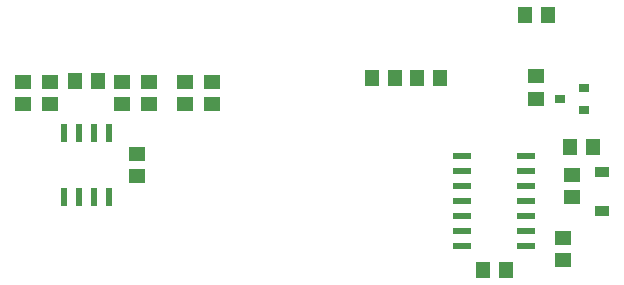
<source format=gbr>
G04 #@! TF.GenerationSoftware,KiCad,Pcbnew,(5.0.0-rc2-dev-586-g888c43477)*
G04 #@! TF.CreationDate,2018-06-03T13:53:17-03:00*
G04 #@! TF.ProjectId,Signal,5369676E616C2E6B696361645F706362,rev?*
G04 #@! TF.SameCoordinates,Original*
G04 #@! TF.FileFunction,Paste,Bot*
G04 #@! TF.FilePolarity,Positive*
%FSLAX46Y46*%
G04 Gerber Fmt 4.6, Leading zero omitted, Abs format (unit mm)*
G04 Created by KiCad (PCBNEW (5.0.0-rc2-dev-586-g888c43477)) date 06/03/18 13:53:17*
%MOMM*%
%LPD*%
G01*
G04 APERTURE LIST*
%ADD10R,1.400000X1.295000*%
%ADD11R,0.600000X1.550000*%
%ADD12R,1.295000X1.400000*%
%ADD13R,0.900000X0.800000*%
%ADD14R,1.200000X0.900000*%
%ADD15R,1.500000X0.600000*%
G04 APERTURE END LIST*
D10*
X34036000Y-23416500D03*
X34036000Y-25351500D03*
X25654000Y-23416500D03*
X25654000Y-25351500D03*
X36322000Y-25351500D03*
X36322000Y-23416500D03*
X27940000Y-25351500D03*
X27940000Y-23416500D03*
X35306000Y-31447500D03*
X35306000Y-29512500D03*
X39370000Y-23416500D03*
X39370000Y-25351500D03*
D11*
X29083000Y-27780000D03*
X30353000Y-27780000D03*
X31623000Y-27780000D03*
X32893000Y-27780000D03*
X32893000Y-33180000D03*
X31623000Y-33180000D03*
X30353000Y-33180000D03*
X29083000Y-33180000D03*
D10*
X41656000Y-25351500D03*
X41656000Y-23416500D03*
D12*
X31955500Y-23368000D03*
X30020500Y-23368000D03*
D13*
X73136000Y-23942000D03*
X73136000Y-25842000D03*
X71136000Y-24892000D03*
D10*
X72136000Y-33225500D03*
X72136000Y-31290500D03*
D12*
X64564500Y-39370000D03*
X66499500Y-39370000D03*
D14*
X74676000Y-31116000D03*
X74676000Y-34416000D03*
D10*
X71374000Y-36624500D03*
X71374000Y-38559500D03*
D12*
X68120500Y-17780000D03*
X70055500Y-17780000D03*
X71930500Y-28956000D03*
X73865500Y-28956000D03*
D10*
X69088000Y-24892000D03*
X69088000Y-22957000D03*
D12*
X58976500Y-23114000D03*
X60911500Y-23114000D03*
X57101500Y-23114000D03*
X55166500Y-23114000D03*
D15*
X62832000Y-37338000D03*
X62832000Y-36068000D03*
X62832000Y-34798000D03*
X62832000Y-33528000D03*
X62832000Y-32258000D03*
X62832000Y-30988000D03*
X62832000Y-29718000D03*
X68232000Y-29718000D03*
X68232000Y-30988000D03*
X68232000Y-32258000D03*
X68232000Y-33528000D03*
X68232000Y-34798000D03*
X68232000Y-36068000D03*
X68232000Y-37338000D03*
M02*

</source>
